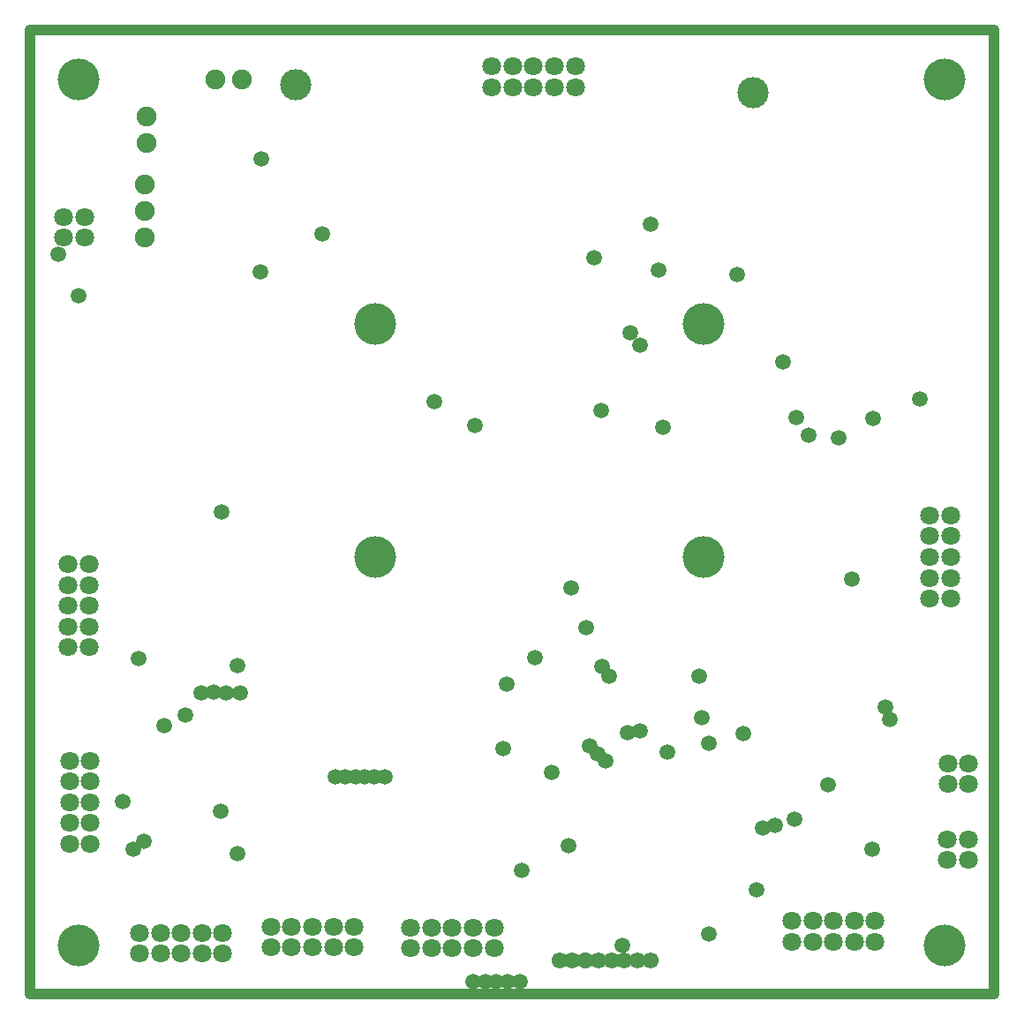
<source format=gbr>
%TF.GenerationSoftware,Altium Limited,Altium Designer,18.1.7 (191)*%
G04 Layer_Physical_Order=3*
G04 Layer_Color=16711833*
%FSLAX45Y45*%
%MOMM*%
%TF.FileFunction,Copper,L3,Inr,Plane*%
%TF.Part,Single*%
G01*
G75*
%TA.AperFunction,ViaPad*%
%ADD55C,3.00000*%
%TA.AperFunction,NonConductor*%
%ADD61C,1.01600*%
%TA.AperFunction,ViaPad*%
%ADD62C,4.00000*%
%TA.AperFunction,ComponentPad*%
%ADD63C,1.80000*%
%ADD64C,1.55000*%
%ADD65C,1.60000*%
%ADD66C,1.90000*%
%ADD67C,4.00000*%
%TA.AperFunction,ViaPad*%
%ADD68C,1.50000*%
D55*
X8594999Y10310002D02*
D03*
X4212499Y10387498D02*
D03*
D61*
X1657500Y1660000D02*
Y10910000D01*
Y1660000D02*
X10907500D01*
Y10910000D01*
X1657500D02*
X10907500D01*
D62*
X2130000Y2130000D02*
D03*
X10435001Y2132498D02*
D03*
X10435000Y10435001D02*
D03*
X2129998D02*
D03*
D63*
X3970000Y2109196D02*
D03*
Y2309195D02*
D03*
X4169999Y2109196D02*
D03*
Y2309195D02*
D03*
X4369999Y2109196D02*
D03*
Y2309195D02*
D03*
X4569998Y2109196D02*
D03*
Y2309195D02*
D03*
X4769998Y2109196D02*
D03*
Y2309195D02*
D03*
X2710002Y2049998D02*
D03*
Y2249998D02*
D03*
X2910002Y2049998D02*
D03*
Y2249998D02*
D03*
X3110001Y2049998D02*
D03*
Y2249998D02*
D03*
X3310001Y2049998D02*
D03*
Y2249998D02*
D03*
X3510001Y2049998D02*
D03*
Y2249998D02*
D03*
X2240001Y3102498D02*
D03*
X2040001D02*
D03*
X2240001Y3302498D02*
D03*
X2040001D02*
D03*
X2240001Y3502503D02*
D03*
X2040001D02*
D03*
X2240001Y3702502D02*
D03*
X2040001D02*
D03*
X2240001Y3902502D02*
D03*
X2040001D02*
D03*
X2184999Y8914999D02*
D03*
Y9114998D02*
D03*
X1985000Y8914999D02*
D03*
Y9114998D02*
D03*
X8967500Y2162500D02*
D03*
Y2362500D02*
D03*
X9167500Y2162500D02*
D03*
Y2362500D02*
D03*
X9367500Y2162500D02*
D03*
Y2362500D02*
D03*
X9567499Y2162500D02*
D03*
Y2362500D02*
D03*
X9767499Y2162500D02*
D03*
Y2362500D02*
D03*
X10459999Y3147502D02*
D03*
Y2947502D02*
D03*
X10659999Y3147502D02*
D03*
Y2947502D02*
D03*
X2027499Y4987498D02*
D03*
Y5187498D02*
D03*
Y5587502D02*
D03*
X2227499Y5187498D02*
D03*
X2027499Y5387503D02*
D03*
X2227499Y4987498D02*
D03*
Y5387503D02*
D03*
X2027499Y5787502D02*
D03*
X2227499Y5587502D02*
D03*
Y5787502D02*
D03*
X10490002Y5455001D02*
D03*
X10290002D02*
D03*
X10490002Y5655000D02*
D03*
X10290002D02*
D03*
X10490002Y5855000D02*
D03*
X10290002D02*
D03*
X10490002Y6054999D02*
D03*
X10290002D02*
D03*
X10490002Y6254999D02*
D03*
X10290002D02*
D03*
X5310002Y2300000D02*
D03*
Y2100001D02*
D03*
X5510002Y2300000D02*
D03*
Y2100001D02*
D03*
X5710001Y2300000D02*
D03*
Y2100001D02*
D03*
X5910001Y2300000D02*
D03*
Y2100001D02*
D03*
X6110000Y2300000D02*
D03*
Y2100001D02*
D03*
X6889999Y10557500D02*
D03*
Y10357500D02*
D03*
X6689999Y10557500D02*
D03*
Y10357500D02*
D03*
X6490000Y10557500D02*
D03*
Y10357500D02*
D03*
X6290000Y10557500D02*
D03*
Y10357500D02*
D03*
X6090001Y10557500D02*
D03*
Y10357500D02*
D03*
X10462499Y3874999D02*
D03*
Y3674999D02*
D03*
X10662498Y3874999D02*
D03*
Y3674999D02*
D03*
D64*
X7612502Y1982500D02*
D03*
X7487498D02*
D03*
X7362500D02*
D03*
X7237501D02*
D03*
X7112498D02*
D03*
X6862501D02*
D03*
X6737502D02*
D03*
D65*
X6987499D02*
D03*
D66*
X2760000Y8915999D02*
D03*
Y9169999D02*
D03*
Y9423999D02*
D03*
X2777500Y9824999D02*
D03*
Y10077501D02*
D03*
X3439998Y10432501D02*
D03*
X3692500D02*
D03*
D67*
X8124998Y5850001D02*
D03*
Y8090002D02*
D03*
X4975001D02*
D03*
Y5850001D02*
D03*
D68*
X2647498Y3052501D02*
D03*
X2755001Y3130001D02*
D03*
X3647501Y3007502D02*
D03*
X5067498Y3750000D02*
D03*
X4964999D02*
D03*
X4687499Y3747501D02*
D03*
X4782500Y3750000D02*
D03*
X4592498D02*
D03*
X4869998D02*
D03*
X8882502Y7722499D02*
D03*
X8439998Y8559998D02*
D03*
X9545000Y5642498D02*
D03*
X7145000Y4807499D02*
D03*
X7135002Y7257501D02*
D03*
X7772502Y3980002D02*
D03*
X7515001Y4182501D02*
D03*
X6377498Y2850002D02*
D03*
X1932498Y8754999D02*
D03*
X6197498Y4020002D02*
D03*
X6230000Y4637502D02*
D03*
X8990000Y3337499D02*
D03*
X7509998Y7887503D02*
D03*
X7420000Y8004998D02*
D03*
X9867499Y4417502D02*
D03*
X7344999Y2125000D02*
D03*
X6667500Y3790000D02*
D03*
X5912500Y1785000D02*
D03*
X8630001Y2664998D02*
D03*
X7395002Y4172499D02*
D03*
X5539999Y7347499D02*
D03*
X8175000Y2235002D02*
D03*
X9132499Y7020001D02*
D03*
X3867501Y8590001D02*
D03*
X3652500Y4812502D02*
D03*
X4462501Y8954999D02*
D03*
X7612502Y9047500D02*
D03*
X9010000Y7195002D02*
D03*
X9907499Y4294998D02*
D03*
X9417502Y6995003D02*
D03*
X2122500Y8362498D02*
D03*
X7217501Y4709998D02*
D03*
X3882502Y9675002D02*
D03*
X8499998Y4157502D02*
D03*
X7067499Y8722502D02*
D03*
X8107502Y4309999D02*
D03*
X8077500Y4709998D02*
D03*
X6997502Y5180000D02*
D03*
X6825000Y3087502D02*
D03*
X3487501Y3417499D02*
D03*
X2950002Y4234998D02*
D03*
X2547498Y3507501D02*
D03*
X8175000Y4069999D02*
D03*
X9735002Y3055000D02*
D03*
X6507500Y4884999D02*
D03*
X6849999Y5555000D02*
D03*
X5927501Y7115002D02*
D03*
X7735001Y7102500D02*
D03*
X8807501Y3277499D02*
D03*
X8690000Y3255000D02*
D03*
X10197501Y7372502D02*
D03*
X7690002Y8602502D02*
D03*
X3147502Y4340001D02*
D03*
X3499998Y6290000D02*
D03*
X2704998Y4877501D02*
D03*
X9745000Y7180001D02*
D03*
X6357498Y1785000D02*
D03*
X6239998D02*
D03*
X6132500D02*
D03*
X6027501D02*
D03*
X7025000Y4045001D02*
D03*
X7178751Y3898753D02*
D03*
X7102500Y3970000D02*
D03*
X9312499Y3672500D02*
D03*
X3305002Y4552498D02*
D03*
X3422498Y4555002D02*
D03*
X3542502Y4552498D02*
D03*
X3677498D02*
D03*
%TF.MD5,b616ffb5aaf200e550608a77f534a0eb*%
M02*

</source>
